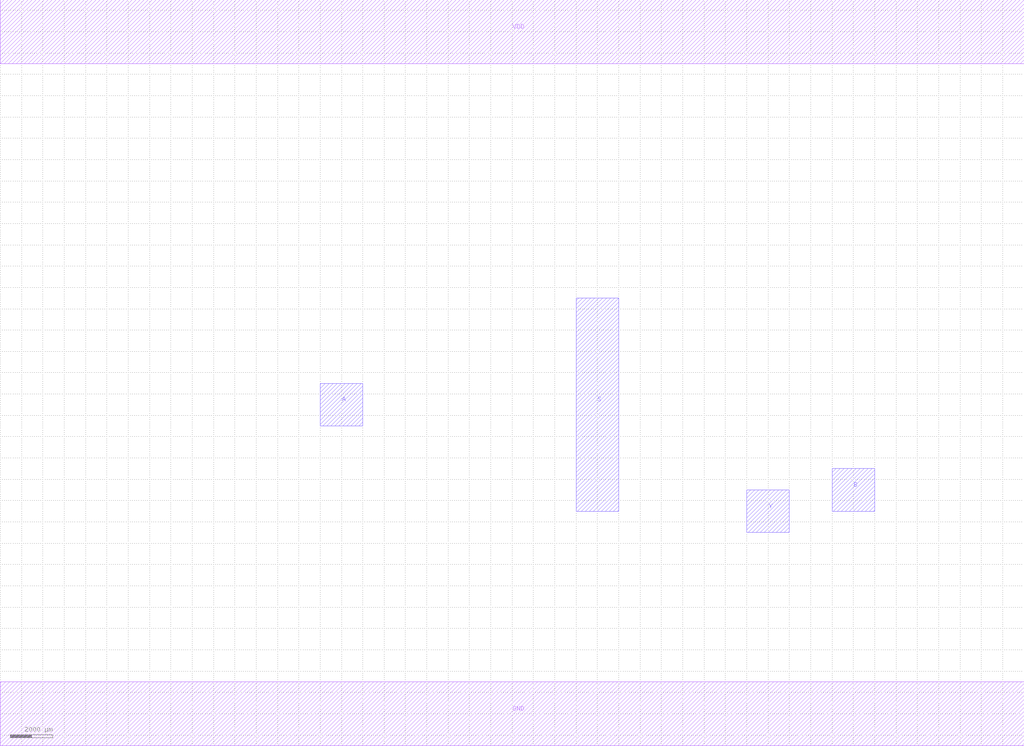
<source format=lef>
MACRO MUX2X1
 CLASS CORE ;
 ORIGIN 0 0 ;
 FOREIGN MUX2X1 0 0 ;
 SITE CORE ;
 SYMMETRY X Y R90 ;
  PIN VDD
   DIRECTION INOUT ;
   USE SIGNAL ;
   SHAPE ABUTMENT ;
    PORT
     CLASS CORE ;
       LAYER metal1 ;
        RECT 0.00000000 30500.00000000 48000.00000000 33500.00000000 ;
    END
  END VDD

  PIN GND
   DIRECTION INOUT ;
   USE SIGNAL ;
   SHAPE ABUTMENT ;
    PORT
     CLASS CORE ;
       LAYER metal1 ;
        RECT 0.00000000 -1500.00000000 48000.00000000 1500.00000000 ;
    END
  END GND

  PIN S
   DIRECTION INOUT ;
   USE SIGNAL ;
   SHAPE ABUTMENT ;
    PORT
     CLASS CORE ;
       LAYER metal2 ;
        RECT 27000.00000000 9500.00000000 29000.00000000 19500.00000000 ;
    END
  END S

  PIN A
   DIRECTION INOUT ;
   USE SIGNAL ;
   SHAPE ABUTMENT ;
    PORT
     CLASS CORE ;
       LAYER metal2 ;
        RECT 15000.00000000 13500.00000000 17000.00000000 15500.00000000 ;
    END
  END A

  PIN B
   DIRECTION INOUT ;
   USE SIGNAL ;
   SHAPE ABUTMENT ;
    PORT
     CLASS CORE ;
       LAYER metal2 ;
        RECT 39000.00000000 9500.00000000 41000.00000000 11500.00000000 ;
    END
  END B

  PIN Y
   DIRECTION INOUT ;
   USE SIGNAL ;
   SHAPE ABUTMENT ;
    PORT
     CLASS CORE ;
       LAYER metal2 ;
        RECT 35000.00000000 8500.00000000 37000.00000000 10500.00000000 ;
    END
  END Y


END MUX2X1

</source>
